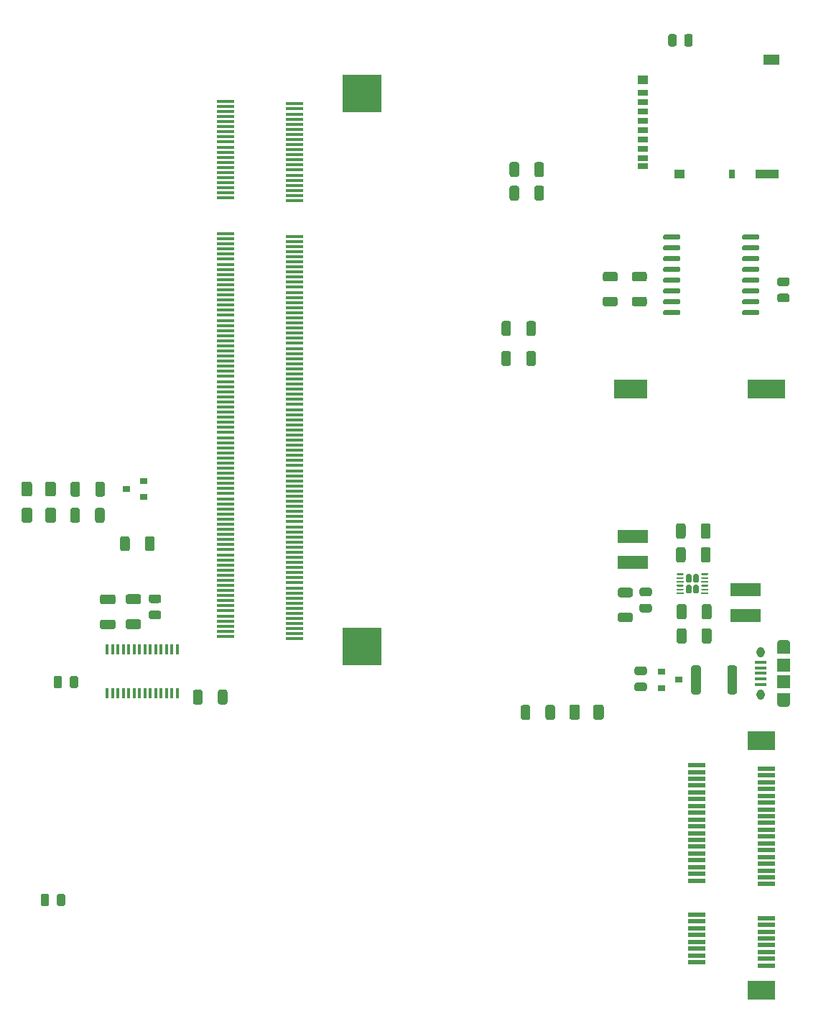
<source format=gtp>
%TF.GenerationSoftware,KiCad,Pcbnew,(5.1.10)-1*%
%TF.CreationDate,2022-07-03T20:16:09+06:00*%
%TF.ProjectId,CM3_IO_Board,434d335f-494f-45f4-926f-6172642e6b69,rev?*%
%TF.SameCoordinates,Original*%
%TF.FileFunction,Paste,Top*%
%TF.FilePolarity,Positive*%
%FSLAX46Y46*%
G04 Gerber Fmt 4.6, Leading zero omitted, Abs format (unit mm)*
G04 Created by KiCad (PCBNEW (5.1.10)-1) date 2022-07-03 20:16:09*
%MOMM*%
%LPD*%
G01*
G04 APERTURE LIST*
%ADD10R,2.000000X0.600000*%
%ADD11R,3.200000X2.300000*%
%ADD12R,2.000000X0.350000*%
%ADD13R,4.600000X4.500000*%
%ADD14R,4.400000X2.300000*%
%ADD15R,4.000000X2.300000*%
%ADD16R,1.350000X0.400000*%
%ADD17O,1.550000X0.890000*%
%ADD18R,1.550000X1.500000*%
%ADD19R,1.550000X1.200000*%
%ADD20O,0.950000X1.250000*%
%ADD21R,1.200000X0.700000*%
%ADD22R,1.200000X1.000000*%
%ADD23R,0.800000X1.000000*%
%ADD24R,2.800000X1.000000*%
%ADD25R,1.900000X1.300000*%
%ADD26R,3.600000X1.500000*%
%ADD27R,0.900000X0.800000*%
%ADD28R,0.400000X1.200000*%
G04 APERTURE END LIST*
D10*
%TO.C,J1*%
X125440000Y-118248000D03*
X133640000Y-118648000D03*
X125440000Y-119048000D03*
X133640000Y-119448000D03*
X125440000Y-119848000D03*
X133640000Y-120248000D03*
X125440000Y-120648000D03*
X133640000Y-121048000D03*
X125440000Y-121448000D03*
X133640000Y-121848000D03*
X125440000Y-122248000D03*
X133640000Y-122648000D03*
X125440000Y-123048000D03*
X133640000Y-123448000D03*
X125440000Y-123848000D03*
X133640000Y-124248000D03*
X125440000Y-124648000D03*
X133640000Y-125048000D03*
X125440000Y-125448000D03*
X133640000Y-125848000D03*
X125440000Y-126248000D03*
X133640000Y-126648000D03*
X125440000Y-127048000D03*
X133640000Y-127448000D03*
X125440000Y-127848000D03*
X133640000Y-128248000D03*
X125440000Y-128648000D03*
X133640000Y-129048000D03*
X125440000Y-129448000D03*
X133640000Y-129848000D03*
X125440000Y-130248000D03*
X133640000Y-130648000D03*
X125440000Y-131048000D03*
X133640000Y-131448000D03*
X125440000Y-131848000D03*
X133640000Y-132248000D03*
X125440000Y-135848000D03*
X133640000Y-136248000D03*
X125440000Y-136648000D03*
X133640000Y-137048000D03*
X125440000Y-137448000D03*
X133640000Y-137848000D03*
X125440000Y-138248000D03*
X133640000Y-138648000D03*
X125440000Y-139048000D03*
X133640000Y-139448000D03*
X125440000Y-139848000D03*
X133640000Y-140248000D03*
X125440000Y-140648000D03*
X133640000Y-141048000D03*
X125440000Y-141448000D03*
X133640000Y-141848000D03*
D11*
X133040000Y-115398000D03*
X133040000Y-144698000D03*
%TD*%
%TO.C,C12*%
G36*
G01*
X50980000Y-133637000D02*
X50980000Y-134587000D01*
G75*
G02*
X50730000Y-134837000I-250000J0D01*
G01*
X50230000Y-134837000D01*
G75*
G02*
X49980000Y-134587000I0J250000D01*
G01*
X49980000Y-133637000D01*
G75*
G02*
X50230000Y-133387000I250000J0D01*
G01*
X50730000Y-133387000D01*
G75*
G02*
X50980000Y-133637000I0J-250000D01*
G01*
G37*
G36*
G01*
X49080000Y-133637000D02*
X49080000Y-134587000D01*
G75*
G02*
X48830000Y-134837000I-250000J0D01*
G01*
X48330000Y-134837000D01*
G75*
G02*
X48080000Y-134587000I0J250000D01*
G01*
X48080000Y-133637000D01*
G75*
G02*
X48330000Y-133387000I250000J0D01*
G01*
X48830000Y-133387000D01*
G75*
G02*
X49080000Y-133637000I0J-250000D01*
G01*
G37*
%TD*%
D12*
%TO.C,MD1*%
X69835001Y-55675001D03*
X69835001Y-40075001D03*
D13*
X85935001Y-39175001D03*
X85935001Y-104275001D03*
D12*
X78035000Y-40375001D03*
X69835001Y-40675001D03*
X78035000Y-40975001D03*
X69835001Y-41275001D03*
X78035000Y-41575001D03*
X69835001Y-41875001D03*
X78035000Y-42175001D03*
X69835001Y-42475001D03*
X78035000Y-42775001D03*
X69835001Y-43075001D03*
X78035000Y-43375001D03*
X69835001Y-43675001D03*
X78035000Y-43975001D03*
X69835001Y-44275001D03*
X78035000Y-44575001D03*
X69835001Y-44875001D03*
X78035000Y-45175001D03*
X69835001Y-45475001D03*
X78035000Y-45775001D03*
X69835001Y-46075001D03*
X78035000Y-46375001D03*
X69835001Y-46675001D03*
X78035000Y-46975001D03*
X69835001Y-47275001D03*
X78035000Y-47575001D03*
X69835001Y-47875001D03*
X78035000Y-48175001D03*
X69835001Y-48475001D03*
X78035000Y-48775001D03*
X69835001Y-49075001D03*
X78035000Y-49375001D03*
X69835001Y-49675001D03*
X78035000Y-49975001D03*
X69835001Y-50275001D03*
X78035000Y-50575001D03*
X69835001Y-50875001D03*
X78035000Y-51175001D03*
X69835001Y-51475001D03*
X78035000Y-51775001D03*
X78035000Y-55975001D03*
X69835001Y-56275001D03*
X78035000Y-56575001D03*
X69835001Y-56875001D03*
X78035000Y-57175001D03*
X69835001Y-57475001D03*
X78035000Y-57775001D03*
X69835001Y-58075001D03*
X78035000Y-58375001D03*
X69835001Y-58675001D03*
X78035000Y-58975001D03*
X69835001Y-59275001D03*
X78035000Y-59575001D03*
X69835001Y-59875001D03*
X78035000Y-60175001D03*
X69835001Y-60475001D03*
X78035000Y-60775001D03*
X69835001Y-61075001D03*
X78035000Y-61375001D03*
X69835001Y-61675001D03*
X78035000Y-61975001D03*
X69835001Y-62275001D03*
X78035000Y-62575001D03*
X69835001Y-62875001D03*
X78035000Y-63175001D03*
X69835001Y-63475001D03*
X78035000Y-63775001D03*
X69835001Y-64075001D03*
X78035000Y-64375001D03*
X69835001Y-64675001D03*
X78035000Y-64975001D03*
X69835001Y-65275001D03*
X78035000Y-65575001D03*
X69835001Y-65875001D03*
X78035000Y-66175001D03*
X69835001Y-66475001D03*
X78035000Y-66775001D03*
X69835001Y-67075001D03*
X78035000Y-67375001D03*
X69835001Y-67675001D03*
X78035000Y-67975001D03*
X69835001Y-68275001D03*
X78035000Y-68575001D03*
X69835001Y-68875001D03*
X78035000Y-69175001D03*
X69835001Y-69475001D03*
X78035000Y-69775001D03*
X69835001Y-70075001D03*
X78035000Y-70375001D03*
X69835001Y-70675001D03*
X78035000Y-70975001D03*
X69835001Y-71275001D03*
X78035000Y-71575001D03*
X69835001Y-71875001D03*
X78035000Y-72175001D03*
X69835001Y-72475001D03*
X78035000Y-72775001D03*
X69835001Y-73075001D03*
X78035000Y-73375001D03*
X69835001Y-73675001D03*
X78035000Y-73975001D03*
X69835001Y-74275001D03*
X78035000Y-74575001D03*
X69835001Y-74875001D03*
X78035000Y-75175001D03*
X69835001Y-75475001D03*
X78035000Y-75775001D03*
X69835001Y-76075001D03*
X78035000Y-76375001D03*
X69835001Y-76675001D03*
X78035000Y-76975001D03*
X69835001Y-77275001D03*
X78035000Y-77575001D03*
X69835001Y-77875001D03*
X78035000Y-78175001D03*
X69835001Y-78475001D03*
X78035000Y-78775001D03*
X69835001Y-79075001D03*
X78035000Y-79375001D03*
X69835001Y-79675001D03*
X78035000Y-79975001D03*
X69835001Y-80275001D03*
X78035000Y-80575001D03*
X69835001Y-80875001D03*
X78035000Y-81175001D03*
X69835001Y-81475001D03*
X78035000Y-81775001D03*
X69835001Y-82075001D03*
X78035000Y-82375001D03*
X69835001Y-82675001D03*
X78035000Y-82975001D03*
X69835001Y-83275001D03*
X78035000Y-83575001D03*
X69835001Y-83875001D03*
X78035000Y-84175001D03*
X69835001Y-84475001D03*
X78035000Y-84775001D03*
X69835001Y-85075001D03*
X78035000Y-85375001D03*
X69835001Y-85675001D03*
X78035000Y-85975001D03*
X69835001Y-86275001D03*
X78035000Y-86575001D03*
X69835001Y-86875001D03*
X78035000Y-87175001D03*
X69835001Y-87475001D03*
X78035000Y-87775001D03*
X69835001Y-88075001D03*
X78035000Y-88375001D03*
X69835001Y-88675001D03*
X78035000Y-88975001D03*
X69835001Y-89275001D03*
X78035000Y-89575001D03*
X69835001Y-89875001D03*
X78035000Y-90175001D03*
X69835001Y-90475001D03*
X78035000Y-90775001D03*
X69835001Y-91075001D03*
X78035000Y-91375001D03*
X69835001Y-91675001D03*
X78035000Y-91975001D03*
X69835001Y-92275001D03*
X78035000Y-92575001D03*
X69835001Y-92875001D03*
X78035000Y-93175001D03*
X69835001Y-93475001D03*
X78035000Y-93775001D03*
X69835001Y-94075001D03*
X78035000Y-94375001D03*
X69835001Y-94675001D03*
X78035000Y-94975001D03*
X69835001Y-95275001D03*
X78035000Y-95575001D03*
X69835001Y-95875001D03*
X78035000Y-96175001D03*
X69835001Y-96475001D03*
X78035000Y-96775001D03*
X69835001Y-97075001D03*
X78035000Y-97375001D03*
X69835001Y-97675001D03*
X78035000Y-97975001D03*
X69835001Y-98275001D03*
X78035000Y-98575001D03*
X69835001Y-98875001D03*
X78035000Y-99175001D03*
X69835001Y-99475001D03*
X78035000Y-99775001D03*
X69835001Y-100075001D03*
X78035000Y-100375001D03*
X69835001Y-100675001D03*
X78035000Y-100975001D03*
X69835001Y-101275001D03*
X78035000Y-101575001D03*
X69835001Y-101875001D03*
X78035000Y-102175001D03*
X69835001Y-102475001D03*
X78035000Y-102775001D03*
X69835001Y-103075001D03*
X78035000Y-103375001D03*
%TD*%
%TO.C,R5*%
G36*
G01*
X58580000Y-91544998D02*
X58580000Y-92795002D01*
G75*
G02*
X58330002Y-93045000I-249998J0D01*
G01*
X57704998Y-93045000D01*
G75*
G02*
X57455000Y-92795002I0J249998D01*
G01*
X57455000Y-91544998D01*
G75*
G02*
X57704998Y-91295000I249998J0D01*
G01*
X58330002Y-91295000D01*
G75*
G02*
X58580000Y-91544998I0J-249998D01*
G01*
G37*
G36*
G01*
X61505000Y-91544998D02*
X61505000Y-92795002D01*
G75*
G02*
X61255002Y-93045000I-249998J0D01*
G01*
X60629998Y-93045000D01*
G75*
G02*
X60380000Y-92795002I0J249998D01*
G01*
X60380000Y-91544998D01*
G75*
G02*
X60629998Y-91295000I249998J0D01*
G01*
X61255002Y-91295000D01*
G75*
G02*
X61505000Y-91544998I0J-249998D01*
G01*
G37*
%TD*%
D14*
%TO.C,BT1*%
X133650000Y-73980000D03*
D15*
X117650000Y-73980000D03*
%TD*%
%TO.C,C3*%
G36*
G01*
X62035000Y-101050000D02*
X61085000Y-101050000D01*
G75*
G02*
X60835000Y-100800000I0J250000D01*
G01*
X60835000Y-100300000D01*
G75*
G02*
X61085000Y-100050000I250000J0D01*
G01*
X62035000Y-100050000D01*
G75*
G02*
X62285000Y-100300000I0J-250000D01*
G01*
X62285000Y-100800000D01*
G75*
G02*
X62035000Y-101050000I-250000J0D01*
G01*
G37*
G36*
G01*
X62035000Y-99150000D02*
X61085000Y-99150000D01*
G75*
G02*
X60835000Y-98900000I0J250000D01*
G01*
X60835000Y-98400000D01*
G75*
G02*
X61085000Y-98150000I250000J0D01*
G01*
X62035000Y-98150000D01*
G75*
G02*
X62285000Y-98400000I0J-250000D01*
G01*
X62285000Y-98900000D01*
G75*
G02*
X62035000Y-99150000I-250000J0D01*
G01*
G37*
%TD*%
%TO.C,C4*%
G36*
G01*
X136105000Y-63730000D02*
X135155000Y-63730000D01*
G75*
G02*
X134905000Y-63480000I0J250000D01*
G01*
X134905000Y-62980000D01*
G75*
G02*
X135155000Y-62730000I250000J0D01*
G01*
X136105000Y-62730000D01*
G75*
G02*
X136355000Y-62980000I0J-250000D01*
G01*
X136355000Y-63480000D01*
G75*
G02*
X136105000Y-63730000I-250000J0D01*
G01*
G37*
G36*
G01*
X136105000Y-61830000D02*
X135155000Y-61830000D01*
G75*
G02*
X134905000Y-61580000I0J250000D01*
G01*
X134905000Y-61080000D01*
G75*
G02*
X135155000Y-60830000I250000J0D01*
G01*
X136105000Y-60830000D01*
G75*
G02*
X136355000Y-61080000I0J-250000D01*
G01*
X136355000Y-61580000D01*
G75*
G02*
X136105000Y-61830000I-250000J0D01*
G01*
G37*
%TD*%
%TO.C,C5*%
G36*
G01*
X119285000Y-107640000D02*
X118335000Y-107640000D01*
G75*
G02*
X118085000Y-107390000I0J250000D01*
G01*
X118085000Y-106890000D01*
G75*
G02*
X118335000Y-106640000I250000J0D01*
G01*
X119285000Y-106640000D01*
G75*
G02*
X119535000Y-106890000I0J-250000D01*
G01*
X119535000Y-107390000D01*
G75*
G02*
X119285000Y-107640000I-250000J0D01*
G01*
G37*
G36*
G01*
X119285000Y-109540000D02*
X118335000Y-109540000D01*
G75*
G02*
X118085000Y-109290000I0J250000D01*
G01*
X118085000Y-108790000D01*
G75*
G02*
X118335000Y-108540000I250000J0D01*
G01*
X119285000Y-108540000D01*
G75*
G02*
X119535000Y-108790000I0J-250000D01*
G01*
X119535000Y-109290000D01*
G75*
G02*
X119285000Y-109540000I-250000J0D01*
G01*
G37*
%TD*%
%TO.C,C7*%
G36*
G01*
X118925000Y-97350000D02*
X119875000Y-97350000D01*
G75*
G02*
X120125000Y-97600000I0J-250000D01*
G01*
X120125000Y-98100000D01*
G75*
G02*
X119875000Y-98350000I-250000J0D01*
G01*
X118925000Y-98350000D01*
G75*
G02*
X118675000Y-98100000I0J250000D01*
G01*
X118675000Y-97600000D01*
G75*
G02*
X118925000Y-97350000I250000J0D01*
G01*
G37*
G36*
G01*
X118925000Y-99250000D02*
X119875000Y-99250000D01*
G75*
G02*
X120125000Y-99500000I0J-250000D01*
G01*
X120125000Y-100000000D01*
G75*
G02*
X119875000Y-100250000I-250000J0D01*
G01*
X118925000Y-100250000D01*
G75*
G02*
X118675000Y-100000000I0J250000D01*
G01*
X118675000Y-99500000D01*
G75*
G02*
X118925000Y-99250000I250000J0D01*
G01*
G37*
%TD*%
%TO.C,C11*%
G36*
G01*
X123950000Y-33375000D02*
X123950000Y-32425000D01*
G75*
G02*
X124200000Y-32175000I250000J0D01*
G01*
X124700000Y-32175000D01*
G75*
G02*
X124950000Y-32425000I0J-250000D01*
G01*
X124950000Y-33375000D01*
G75*
G02*
X124700000Y-33625000I-250000J0D01*
G01*
X124200000Y-33625000D01*
G75*
G02*
X123950000Y-33375000I0J250000D01*
G01*
G37*
G36*
G01*
X122050000Y-33375000D02*
X122050000Y-32425000D01*
G75*
G02*
X122300000Y-32175000I250000J0D01*
G01*
X122800000Y-32175000D01*
G75*
G02*
X123050000Y-32425000I0J-250000D01*
G01*
X123050000Y-33375000D01*
G75*
G02*
X122800000Y-33625000I-250000J0D01*
G01*
X122300000Y-33625000D01*
G75*
G02*
X122050000Y-33375000I0J250000D01*
G01*
G37*
%TD*%
%TO.C,C13*%
G36*
G01*
X50604000Y-107983000D02*
X50604000Y-108933000D01*
G75*
G02*
X50354000Y-109183000I-250000J0D01*
G01*
X49854000Y-109183000D01*
G75*
G02*
X49604000Y-108933000I0J250000D01*
G01*
X49604000Y-107983000D01*
G75*
G02*
X49854000Y-107733000I250000J0D01*
G01*
X50354000Y-107733000D01*
G75*
G02*
X50604000Y-107983000I0J-250000D01*
G01*
G37*
G36*
G01*
X52504000Y-107983000D02*
X52504000Y-108933000D01*
G75*
G02*
X52254000Y-109183000I-250000J0D01*
G01*
X51754000Y-109183000D01*
G75*
G02*
X51504000Y-108933000I0J250000D01*
G01*
X51504000Y-107983000D01*
G75*
G02*
X51754000Y-107733000I250000J0D01*
G01*
X52254000Y-107733000D01*
G75*
G02*
X52504000Y-107983000I0J-250000D01*
G01*
G37*
%TD*%
%TO.C,F1*%
G36*
G01*
X124760000Y-109650002D02*
X124760000Y-106749998D01*
G75*
G02*
X125009998Y-106500000I249998J0D01*
G01*
X125635002Y-106500000D01*
G75*
G02*
X125885000Y-106749998I0J-249998D01*
G01*
X125885000Y-109650002D01*
G75*
G02*
X125635002Y-109900000I-249998J0D01*
G01*
X125009998Y-109900000D01*
G75*
G02*
X124760000Y-109650002I0J249998D01*
G01*
G37*
G36*
G01*
X129035000Y-109650002D02*
X129035000Y-106749998D01*
G75*
G02*
X129284998Y-106500000I249998J0D01*
G01*
X129910002Y-106500000D01*
G75*
G02*
X130160000Y-106749998I0J-249998D01*
G01*
X130160000Y-109650002D01*
G75*
G02*
X129910002Y-109900000I-249998J0D01*
G01*
X129284998Y-109900000D01*
G75*
G02*
X129035000Y-109650002I0J249998D01*
G01*
G37*
%TD*%
D16*
%TO.C,J2*%
X132984000Y-108742000D03*
X132984000Y-108092000D03*
X132984000Y-107442000D03*
X132984000Y-106792000D03*
X132984000Y-106142000D03*
D17*
X135684000Y-110942000D03*
D18*
X135684000Y-108442000D03*
X135684000Y-106442000D03*
D17*
X135684000Y-103942000D03*
D19*
X135684000Y-110342000D03*
X135684000Y-104542000D03*
D20*
X132984000Y-109942000D03*
X132984000Y-104942000D03*
%TD*%
D21*
%TO.C,J8*%
X119095000Y-47725000D03*
X119095000Y-46775000D03*
X119095000Y-39075000D03*
X119095000Y-40175000D03*
X119095000Y-41275000D03*
X119095000Y-42375000D03*
X119095000Y-43475000D03*
X119095000Y-44575000D03*
X119095000Y-45675000D03*
D22*
X119095000Y-37525000D03*
X123395000Y-48675000D03*
D23*
X129595000Y-48675000D03*
D24*
X133745000Y-48675000D03*
D25*
X134195000Y-35175000D03*
%TD*%
D26*
%TO.C,L1*%
X131160000Y-100655000D03*
X131160000Y-97605000D03*
%TD*%
%TO.C,L2*%
X117860000Y-94355000D03*
X117860000Y-91305000D03*
%TD*%
D27*
%TO.C,Q1*%
X58210000Y-85730000D03*
X60210000Y-84780000D03*
X60210000Y-86680000D03*
%TD*%
%TO.C,Q2*%
X121310000Y-107240000D03*
X121310000Y-109140000D03*
X123310000Y-108190000D03*
%TD*%
D28*
%TO.C,U1*%
X55932500Y-109800000D03*
X56567500Y-109800000D03*
X57202500Y-109800000D03*
X57837500Y-109800000D03*
X58472500Y-109800000D03*
X59107500Y-109800000D03*
X59742500Y-109800000D03*
X60377500Y-109800000D03*
X61012500Y-109800000D03*
X61647500Y-109800000D03*
X62282500Y-109800000D03*
X62917500Y-109800000D03*
X63552500Y-109800000D03*
X64187500Y-109800000D03*
X64187500Y-104600000D03*
X63552500Y-104600000D03*
X62917500Y-104600000D03*
X62282500Y-104600000D03*
X61647500Y-104600000D03*
X61012500Y-104600000D03*
X60377500Y-104600000D03*
X59742500Y-104600000D03*
X59107500Y-104600000D03*
X58472500Y-104600000D03*
X57837500Y-104600000D03*
X57202500Y-104600000D03*
X56567500Y-104600000D03*
X55932500Y-104600000D03*
%TD*%
%TO.C,U2*%
G36*
G01*
X132805000Y-64815000D02*
X132805000Y-65115000D01*
G75*
G02*
X132655000Y-65265000I-150000J0D01*
G01*
X130905000Y-65265000D01*
G75*
G02*
X130755000Y-65115000I0J150000D01*
G01*
X130755000Y-64815000D01*
G75*
G02*
X130905000Y-64665000I150000J0D01*
G01*
X132655000Y-64665000D01*
G75*
G02*
X132805000Y-64815000I0J-150000D01*
G01*
G37*
G36*
G01*
X132805000Y-63545000D02*
X132805000Y-63845000D01*
G75*
G02*
X132655000Y-63995000I-150000J0D01*
G01*
X130905000Y-63995000D01*
G75*
G02*
X130755000Y-63845000I0J150000D01*
G01*
X130755000Y-63545000D01*
G75*
G02*
X130905000Y-63395000I150000J0D01*
G01*
X132655000Y-63395000D01*
G75*
G02*
X132805000Y-63545000I0J-150000D01*
G01*
G37*
G36*
G01*
X132805000Y-62275000D02*
X132805000Y-62575000D01*
G75*
G02*
X132655000Y-62725000I-150000J0D01*
G01*
X130905000Y-62725000D01*
G75*
G02*
X130755000Y-62575000I0J150000D01*
G01*
X130755000Y-62275000D01*
G75*
G02*
X130905000Y-62125000I150000J0D01*
G01*
X132655000Y-62125000D01*
G75*
G02*
X132805000Y-62275000I0J-150000D01*
G01*
G37*
G36*
G01*
X132805000Y-61005000D02*
X132805000Y-61305000D01*
G75*
G02*
X132655000Y-61455000I-150000J0D01*
G01*
X130905000Y-61455000D01*
G75*
G02*
X130755000Y-61305000I0J150000D01*
G01*
X130755000Y-61005000D01*
G75*
G02*
X130905000Y-60855000I150000J0D01*
G01*
X132655000Y-60855000D01*
G75*
G02*
X132805000Y-61005000I0J-150000D01*
G01*
G37*
G36*
G01*
X132805000Y-59735000D02*
X132805000Y-60035000D01*
G75*
G02*
X132655000Y-60185000I-150000J0D01*
G01*
X130905000Y-60185000D01*
G75*
G02*
X130755000Y-60035000I0J150000D01*
G01*
X130755000Y-59735000D01*
G75*
G02*
X130905000Y-59585000I150000J0D01*
G01*
X132655000Y-59585000D01*
G75*
G02*
X132805000Y-59735000I0J-150000D01*
G01*
G37*
G36*
G01*
X132805000Y-58465000D02*
X132805000Y-58765000D01*
G75*
G02*
X132655000Y-58915000I-150000J0D01*
G01*
X130905000Y-58915000D01*
G75*
G02*
X130755000Y-58765000I0J150000D01*
G01*
X130755000Y-58465000D01*
G75*
G02*
X130905000Y-58315000I150000J0D01*
G01*
X132655000Y-58315000D01*
G75*
G02*
X132805000Y-58465000I0J-150000D01*
G01*
G37*
G36*
G01*
X132805000Y-57195000D02*
X132805000Y-57495000D01*
G75*
G02*
X132655000Y-57645000I-150000J0D01*
G01*
X130905000Y-57645000D01*
G75*
G02*
X130755000Y-57495000I0J150000D01*
G01*
X130755000Y-57195000D01*
G75*
G02*
X130905000Y-57045000I150000J0D01*
G01*
X132655000Y-57045000D01*
G75*
G02*
X132805000Y-57195000I0J-150000D01*
G01*
G37*
G36*
G01*
X132805000Y-55925000D02*
X132805000Y-56225000D01*
G75*
G02*
X132655000Y-56375000I-150000J0D01*
G01*
X130905000Y-56375000D01*
G75*
G02*
X130755000Y-56225000I0J150000D01*
G01*
X130755000Y-55925000D01*
G75*
G02*
X130905000Y-55775000I150000J0D01*
G01*
X132655000Y-55775000D01*
G75*
G02*
X132805000Y-55925000I0J-150000D01*
G01*
G37*
G36*
G01*
X123505000Y-55925000D02*
X123505000Y-56225000D01*
G75*
G02*
X123355000Y-56375000I-150000J0D01*
G01*
X121605000Y-56375000D01*
G75*
G02*
X121455000Y-56225000I0J150000D01*
G01*
X121455000Y-55925000D01*
G75*
G02*
X121605000Y-55775000I150000J0D01*
G01*
X123355000Y-55775000D01*
G75*
G02*
X123505000Y-55925000I0J-150000D01*
G01*
G37*
G36*
G01*
X123505000Y-57195000D02*
X123505000Y-57495000D01*
G75*
G02*
X123355000Y-57645000I-150000J0D01*
G01*
X121605000Y-57645000D01*
G75*
G02*
X121455000Y-57495000I0J150000D01*
G01*
X121455000Y-57195000D01*
G75*
G02*
X121605000Y-57045000I150000J0D01*
G01*
X123355000Y-57045000D01*
G75*
G02*
X123505000Y-57195000I0J-150000D01*
G01*
G37*
G36*
G01*
X123505000Y-58465000D02*
X123505000Y-58765000D01*
G75*
G02*
X123355000Y-58915000I-150000J0D01*
G01*
X121605000Y-58915000D01*
G75*
G02*
X121455000Y-58765000I0J150000D01*
G01*
X121455000Y-58465000D01*
G75*
G02*
X121605000Y-58315000I150000J0D01*
G01*
X123355000Y-58315000D01*
G75*
G02*
X123505000Y-58465000I0J-150000D01*
G01*
G37*
G36*
G01*
X123505000Y-59735000D02*
X123505000Y-60035000D01*
G75*
G02*
X123355000Y-60185000I-150000J0D01*
G01*
X121605000Y-60185000D01*
G75*
G02*
X121455000Y-60035000I0J150000D01*
G01*
X121455000Y-59735000D01*
G75*
G02*
X121605000Y-59585000I150000J0D01*
G01*
X123355000Y-59585000D01*
G75*
G02*
X123505000Y-59735000I0J-150000D01*
G01*
G37*
G36*
G01*
X123505000Y-61005000D02*
X123505000Y-61305000D01*
G75*
G02*
X123355000Y-61455000I-150000J0D01*
G01*
X121605000Y-61455000D01*
G75*
G02*
X121455000Y-61305000I0J150000D01*
G01*
X121455000Y-61005000D01*
G75*
G02*
X121605000Y-60855000I150000J0D01*
G01*
X123355000Y-60855000D01*
G75*
G02*
X123505000Y-61005000I0J-150000D01*
G01*
G37*
G36*
G01*
X123505000Y-62275000D02*
X123505000Y-62575000D01*
G75*
G02*
X123355000Y-62725000I-150000J0D01*
G01*
X121605000Y-62725000D01*
G75*
G02*
X121455000Y-62575000I0J150000D01*
G01*
X121455000Y-62275000D01*
G75*
G02*
X121605000Y-62125000I150000J0D01*
G01*
X123355000Y-62125000D01*
G75*
G02*
X123505000Y-62275000I0J-150000D01*
G01*
G37*
G36*
G01*
X123505000Y-63545000D02*
X123505000Y-63845000D01*
G75*
G02*
X123355000Y-63995000I-150000J0D01*
G01*
X121605000Y-63995000D01*
G75*
G02*
X121455000Y-63845000I0J150000D01*
G01*
X121455000Y-63545000D01*
G75*
G02*
X121605000Y-63395000I150000J0D01*
G01*
X123355000Y-63395000D01*
G75*
G02*
X123505000Y-63545000I0J-150000D01*
G01*
G37*
G36*
G01*
X123505000Y-64815000D02*
X123505000Y-65115000D01*
G75*
G02*
X123355000Y-65265000I-150000J0D01*
G01*
X121605000Y-65265000D01*
G75*
G02*
X121455000Y-65115000I0J150000D01*
G01*
X121455000Y-64815000D01*
G75*
G02*
X121605000Y-64665000I150000J0D01*
G01*
X123355000Y-64665000D01*
G75*
G02*
X123505000Y-64815000I0J-150000D01*
G01*
G37*
%TD*%
%TO.C,U3*%
G36*
G01*
X126760000Y-97955000D02*
X126760000Y-98055000D01*
G75*
G02*
X126710000Y-98105000I-50000J0D01*
G01*
X126010000Y-98105000D01*
G75*
G02*
X125960000Y-98055000I0J50000D01*
G01*
X125960000Y-97955000D01*
G75*
G02*
X126010000Y-97905000I50000J0D01*
G01*
X126710000Y-97905000D01*
G75*
G02*
X126760000Y-97955000I0J-50000D01*
G01*
G37*
G36*
G01*
X126760000Y-97505000D02*
X126760000Y-97605000D01*
G75*
G02*
X126710000Y-97655000I-50000J0D01*
G01*
X126010000Y-97655000D01*
G75*
G02*
X125960000Y-97605000I0J50000D01*
G01*
X125960000Y-97505000D01*
G75*
G02*
X126010000Y-97455000I50000J0D01*
G01*
X126710000Y-97455000D01*
G75*
G02*
X126760000Y-97505000I0J-50000D01*
G01*
G37*
G36*
G01*
X126760000Y-97055000D02*
X126760000Y-97155000D01*
G75*
G02*
X126710000Y-97205000I-50000J0D01*
G01*
X126010000Y-97205000D01*
G75*
G02*
X125960000Y-97155000I0J50000D01*
G01*
X125960000Y-97055000D01*
G75*
G02*
X126010000Y-97005000I50000J0D01*
G01*
X126710000Y-97005000D01*
G75*
G02*
X126760000Y-97055000I0J-50000D01*
G01*
G37*
G36*
G01*
X126760000Y-96605000D02*
X126760000Y-96705000D01*
G75*
G02*
X126710000Y-96755000I-50000J0D01*
G01*
X126010000Y-96755000D01*
G75*
G02*
X125960000Y-96705000I0J50000D01*
G01*
X125960000Y-96605000D01*
G75*
G02*
X126010000Y-96555000I50000J0D01*
G01*
X126710000Y-96555000D01*
G75*
G02*
X126760000Y-96605000I0J-50000D01*
G01*
G37*
G36*
G01*
X126760000Y-96155000D02*
X126760000Y-96255000D01*
G75*
G02*
X126710000Y-96305000I-50000J0D01*
G01*
X126010000Y-96305000D01*
G75*
G02*
X125960000Y-96255000I0J50000D01*
G01*
X125960000Y-96155000D01*
G75*
G02*
X126010000Y-96105000I50000J0D01*
G01*
X126710000Y-96105000D01*
G75*
G02*
X126760000Y-96155000I0J-50000D01*
G01*
G37*
G36*
G01*
X126760000Y-95705000D02*
X126760000Y-95805000D01*
G75*
G02*
X126710000Y-95855000I-50000J0D01*
G01*
X126010000Y-95855000D01*
G75*
G02*
X125960000Y-95805000I0J50000D01*
G01*
X125960000Y-95705000D01*
G75*
G02*
X126010000Y-95655000I50000J0D01*
G01*
X126710000Y-95655000D01*
G75*
G02*
X126760000Y-95705000I0J-50000D01*
G01*
G37*
G36*
G01*
X123860000Y-95705000D02*
X123860000Y-95805000D01*
G75*
G02*
X123810000Y-95855000I-50000J0D01*
G01*
X123110000Y-95855000D01*
G75*
G02*
X123060000Y-95805000I0J50000D01*
G01*
X123060000Y-95705000D01*
G75*
G02*
X123110000Y-95655000I50000J0D01*
G01*
X123810000Y-95655000D01*
G75*
G02*
X123860000Y-95705000I0J-50000D01*
G01*
G37*
G36*
G01*
X123860000Y-96155000D02*
X123860000Y-96255000D01*
G75*
G02*
X123810000Y-96305000I-50000J0D01*
G01*
X123110000Y-96305000D01*
G75*
G02*
X123060000Y-96255000I0J50000D01*
G01*
X123060000Y-96155000D01*
G75*
G02*
X123110000Y-96105000I50000J0D01*
G01*
X123810000Y-96105000D01*
G75*
G02*
X123860000Y-96155000I0J-50000D01*
G01*
G37*
G36*
G01*
X123860000Y-96605000D02*
X123860000Y-96705000D01*
G75*
G02*
X123810000Y-96755000I-50000J0D01*
G01*
X123110000Y-96755000D01*
G75*
G02*
X123060000Y-96705000I0J50000D01*
G01*
X123060000Y-96605000D01*
G75*
G02*
X123110000Y-96555000I50000J0D01*
G01*
X123810000Y-96555000D01*
G75*
G02*
X123860000Y-96605000I0J-50000D01*
G01*
G37*
G36*
G01*
X123860000Y-97055000D02*
X123860000Y-97155000D01*
G75*
G02*
X123810000Y-97205000I-50000J0D01*
G01*
X123110000Y-97205000D01*
G75*
G02*
X123060000Y-97155000I0J50000D01*
G01*
X123060000Y-97055000D01*
G75*
G02*
X123110000Y-97005000I50000J0D01*
G01*
X123810000Y-97005000D01*
G75*
G02*
X123860000Y-97055000I0J-50000D01*
G01*
G37*
G36*
G01*
X123860000Y-97505000D02*
X123860000Y-97605000D01*
G75*
G02*
X123810000Y-97655000I-50000J0D01*
G01*
X123110000Y-97655000D01*
G75*
G02*
X123060000Y-97605000I0J50000D01*
G01*
X123060000Y-97505000D01*
G75*
G02*
X123110000Y-97455000I50000J0D01*
G01*
X123810000Y-97455000D01*
G75*
G02*
X123860000Y-97505000I0J-50000D01*
G01*
G37*
G36*
G01*
X123860000Y-97955000D02*
X123860000Y-98055000D01*
G75*
G02*
X123810000Y-98105000I-50000J0D01*
G01*
X123110000Y-98105000D01*
G75*
G02*
X123060000Y-98055000I0J50000D01*
G01*
X123060000Y-97955000D01*
G75*
G02*
X123110000Y-97905000I50000J0D01*
G01*
X123810000Y-97905000D01*
G75*
G02*
X123860000Y-97955000I0J-50000D01*
G01*
G37*
G36*
G01*
X125680000Y-97172500D02*
X125680000Y-97837500D01*
G75*
G02*
X125507500Y-98010000I-172500J0D01*
G01*
X125162500Y-98010000D01*
G75*
G02*
X124990000Y-97837500I0J172500D01*
G01*
X124990000Y-97172500D01*
G75*
G02*
X125162500Y-97000000I172500J0D01*
G01*
X125507500Y-97000000D01*
G75*
G02*
X125680000Y-97172500I0J-172500D01*
G01*
G37*
G36*
G01*
X125680000Y-95922500D02*
X125680000Y-96587500D01*
G75*
G02*
X125507500Y-96760000I-172500J0D01*
G01*
X125162500Y-96760000D01*
G75*
G02*
X124990000Y-96587500I0J172500D01*
G01*
X124990000Y-95922500D01*
G75*
G02*
X125162500Y-95750000I172500J0D01*
G01*
X125507500Y-95750000D01*
G75*
G02*
X125680000Y-95922500I0J-172500D01*
G01*
G37*
G36*
G01*
X124830000Y-97172500D02*
X124830000Y-97837500D01*
G75*
G02*
X124657500Y-98010000I-172500J0D01*
G01*
X124312500Y-98010000D01*
G75*
G02*
X124140000Y-97837500I0J172500D01*
G01*
X124140000Y-97172500D01*
G75*
G02*
X124312500Y-97000000I172500J0D01*
G01*
X124657500Y-97000000D01*
G75*
G02*
X124830000Y-97172500I0J-172500D01*
G01*
G37*
G36*
G01*
X124830000Y-95922500D02*
X124830000Y-96587500D01*
G75*
G02*
X124657500Y-96760000I-172500J0D01*
G01*
X124312500Y-96760000D01*
G75*
G02*
X124140000Y-96587500I0J172500D01*
G01*
X124140000Y-95922500D01*
G75*
G02*
X124312500Y-95750000I172500J0D01*
G01*
X124657500Y-95750000D01*
G75*
G02*
X124830000Y-95922500I0J-172500D01*
G01*
G37*
%TD*%
%TO.C,C1*%
G36*
G01*
X59670001Y-102220000D02*
X58369999Y-102220000D01*
G75*
G02*
X58120000Y-101970001I0J249999D01*
G01*
X58120000Y-101319999D01*
G75*
G02*
X58369999Y-101070000I249999J0D01*
G01*
X59670001Y-101070000D01*
G75*
G02*
X59920000Y-101319999I0J-249999D01*
G01*
X59920000Y-101970001D01*
G75*
G02*
X59670001Y-102220000I-249999J0D01*
G01*
G37*
G36*
G01*
X59670001Y-99270000D02*
X58369999Y-99270000D01*
G75*
G02*
X58120000Y-99020001I0J249999D01*
G01*
X58120000Y-98369999D01*
G75*
G02*
X58369999Y-98120000I249999J0D01*
G01*
X59670001Y-98120000D01*
G75*
G02*
X59920000Y-98369999I0J-249999D01*
G01*
X59920000Y-99020001D01*
G75*
G02*
X59670001Y-99270000I-249999J0D01*
G01*
G37*
%TD*%
%TO.C,C2*%
G36*
G01*
X56640001Y-99300000D02*
X55339999Y-99300000D01*
G75*
G02*
X55090000Y-99050001I0J249999D01*
G01*
X55090000Y-98399999D01*
G75*
G02*
X55339999Y-98150000I249999J0D01*
G01*
X56640001Y-98150000D01*
G75*
G02*
X56890000Y-98399999I0J-249999D01*
G01*
X56890000Y-99050001D01*
G75*
G02*
X56640001Y-99300000I-249999J0D01*
G01*
G37*
G36*
G01*
X56640001Y-102250000D02*
X55339999Y-102250000D01*
G75*
G02*
X55090000Y-102000001I0J249999D01*
G01*
X55090000Y-101349999D01*
G75*
G02*
X55339999Y-101100000I249999J0D01*
G01*
X56640001Y-101100000D01*
G75*
G02*
X56890000Y-101349999I0J-249999D01*
G01*
X56890000Y-102000001D01*
G75*
G02*
X56640001Y-102250000I-249999J0D01*
G01*
G37*
%TD*%
%TO.C,C6*%
G36*
G01*
X124210000Y-99529999D02*
X124210000Y-100830001D01*
G75*
G02*
X123960001Y-101080000I-249999J0D01*
G01*
X123309999Y-101080000D01*
G75*
G02*
X123060000Y-100830001I0J249999D01*
G01*
X123060000Y-99529999D01*
G75*
G02*
X123309999Y-99280000I249999J0D01*
G01*
X123960001Y-99280000D01*
G75*
G02*
X124210000Y-99529999I0J-249999D01*
G01*
G37*
G36*
G01*
X127160000Y-99529999D02*
X127160000Y-100830001D01*
G75*
G02*
X126910001Y-101080000I-249999J0D01*
G01*
X126259999Y-101080000D01*
G75*
G02*
X126010000Y-100830001I0J249999D01*
G01*
X126010000Y-99529999D01*
G75*
G02*
X126259999Y-99280000I249999J0D01*
G01*
X126910001Y-99280000D01*
G75*
G02*
X127160000Y-99529999I0J-249999D01*
G01*
G37*
%TD*%
%TO.C,C8*%
G36*
G01*
X122960000Y-94130001D02*
X122960000Y-92829999D01*
G75*
G02*
X123209999Y-92580000I249999J0D01*
G01*
X123860001Y-92580000D01*
G75*
G02*
X124110000Y-92829999I0J-249999D01*
G01*
X124110000Y-94130001D01*
G75*
G02*
X123860001Y-94380000I-249999J0D01*
G01*
X123209999Y-94380000D01*
G75*
G02*
X122960000Y-94130001I0J249999D01*
G01*
G37*
G36*
G01*
X125910000Y-94130001D02*
X125910000Y-92829999D01*
G75*
G02*
X126159999Y-92580000I249999J0D01*
G01*
X126810001Y-92580000D01*
G75*
G02*
X127060000Y-92829999I0J-249999D01*
G01*
X127060000Y-94130001D01*
G75*
G02*
X126810001Y-94380000I-249999J0D01*
G01*
X126159999Y-94380000D01*
G75*
G02*
X125910000Y-94130001I0J249999D01*
G01*
G37*
%TD*%
%TO.C,C9*%
G36*
G01*
X122960000Y-91330001D02*
X122960000Y-90029999D01*
G75*
G02*
X123209999Y-89780000I249999J0D01*
G01*
X123860001Y-89780000D01*
G75*
G02*
X124110000Y-90029999I0J-249999D01*
G01*
X124110000Y-91330001D01*
G75*
G02*
X123860001Y-91580000I-249999J0D01*
G01*
X123209999Y-91580000D01*
G75*
G02*
X122960000Y-91330001I0J249999D01*
G01*
G37*
G36*
G01*
X125910000Y-91330001D02*
X125910000Y-90029999D01*
G75*
G02*
X126159999Y-89780000I249999J0D01*
G01*
X126810001Y-89780000D01*
G75*
G02*
X127060000Y-90029999I0J-249999D01*
G01*
X127060000Y-91330001D01*
G75*
G02*
X126810001Y-91580000I-249999J0D01*
G01*
X126159999Y-91580000D01*
G75*
G02*
X125910000Y-91330001I0J249999D01*
G01*
G37*
%TD*%
%TO.C,C10*%
G36*
G01*
X124210000Y-102379999D02*
X124210000Y-103680001D01*
G75*
G02*
X123960001Y-103930000I-249999J0D01*
G01*
X123309999Y-103930000D01*
G75*
G02*
X123060000Y-103680001I0J249999D01*
G01*
X123060000Y-102379999D01*
G75*
G02*
X123309999Y-102130000I249999J0D01*
G01*
X123960001Y-102130000D01*
G75*
G02*
X124210000Y-102379999I0J-249999D01*
G01*
G37*
G36*
G01*
X127160000Y-102379999D02*
X127160000Y-103680001D01*
G75*
G02*
X126910001Y-103930000I-249999J0D01*
G01*
X126259999Y-103930000D01*
G75*
G02*
X126010000Y-103680001I0J249999D01*
G01*
X126010000Y-102379999D01*
G75*
G02*
X126259999Y-102130000I249999J0D01*
G01*
X126910001Y-102130000D01*
G75*
G02*
X127160000Y-102379999I0J-249999D01*
G01*
G37*
%TD*%
%TO.C,ACT*%
G36*
G01*
X49859000Y-85109000D02*
X49859000Y-86359000D01*
G75*
G02*
X49609000Y-86609000I-250000J0D01*
G01*
X48859000Y-86609000D01*
G75*
G02*
X48609000Y-86359000I0J250000D01*
G01*
X48609000Y-85109000D01*
G75*
G02*
X48859000Y-84859000I250000J0D01*
G01*
X49609000Y-84859000D01*
G75*
G02*
X49859000Y-85109000I0J-250000D01*
G01*
G37*
G36*
G01*
X47059000Y-85109000D02*
X47059000Y-86359000D01*
G75*
G02*
X46809000Y-86609000I-250000J0D01*
G01*
X46059000Y-86609000D01*
G75*
G02*
X45809000Y-86359000I0J250000D01*
G01*
X45809000Y-85109000D01*
G75*
G02*
X46059000Y-84859000I250000J0D01*
G01*
X46809000Y-84859000D01*
G75*
G02*
X47059000Y-85109000I0J-250000D01*
G01*
G37*
%TD*%
%TO.C,PWR*%
G36*
G01*
X47089000Y-88189000D02*
X47089000Y-89439000D01*
G75*
G02*
X46839000Y-89689000I-250000J0D01*
G01*
X46089000Y-89689000D01*
G75*
G02*
X45839000Y-89439000I0J250000D01*
G01*
X45839000Y-88189000D01*
G75*
G02*
X46089000Y-87939000I250000J0D01*
G01*
X46839000Y-87939000D01*
G75*
G02*
X47089000Y-88189000I0J-250000D01*
G01*
G37*
G36*
G01*
X49889000Y-88189000D02*
X49889000Y-89439000D01*
G75*
G02*
X49639000Y-89689000I-250000J0D01*
G01*
X48889000Y-89689000D01*
G75*
G02*
X48639000Y-89439000I0J250000D01*
G01*
X48639000Y-88189000D01*
G75*
G02*
X48889000Y-87939000I250000J0D01*
G01*
X49639000Y-87939000D01*
G75*
G02*
X49889000Y-88189000I0J-250000D01*
G01*
G37*
%TD*%
%TO.C,INT*%
G36*
G01*
X113205000Y-112627000D02*
X113205000Y-111377000D01*
G75*
G02*
X113455000Y-111127000I250000J0D01*
G01*
X114205000Y-111127000D01*
G75*
G02*
X114455000Y-111377000I0J-250000D01*
G01*
X114455000Y-112627000D01*
G75*
G02*
X114205000Y-112877000I-250000J0D01*
G01*
X113455000Y-112877000D01*
G75*
G02*
X113205000Y-112627000I0J250000D01*
G01*
G37*
G36*
G01*
X110405000Y-112627000D02*
X110405000Y-111377000D01*
G75*
G02*
X110655000Y-111127000I250000J0D01*
G01*
X111405000Y-111127000D01*
G75*
G02*
X111655000Y-111377000I0J-250000D01*
G01*
X111655000Y-112627000D01*
G75*
G02*
X111405000Y-112877000I-250000J0D01*
G01*
X110655000Y-112877000D01*
G75*
G02*
X110405000Y-112627000I0J250000D01*
G01*
G37*
%TD*%
%TO.C,R1*%
G36*
G01*
X102385000Y-70985002D02*
X102385000Y-69734998D01*
G75*
G02*
X102634998Y-69485000I249998J0D01*
G01*
X103260002Y-69485000D01*
G75*
G02*
X103510000Y-69734998I0J-249998D01*
G01*
X103510000Y-70985002D01*
G75*
G02*
X103260002Y-71235000I-249998J0D01*
G01*
X102634998Y-71235000D01*
G75*
G02*
X102385000Y-70985002I0J249998D01*
G01*
G37*
G36*
G01*
X105310000Y-70985002D02*
X105310000Y-69734998D01*
G75*
G02*
X105559998Y-69485000I249998J0D01*
G01*
X106185002Y-69485000D01*
G75*
G02*
X106435000Y-69734998I0J-249998D01*
G01*
X106435000Y-70985002D01*
G75*
G02*
X106185002Y-71235000I-249998J0D01*
G01*
X105559998Y-71235000D01*
G75*
G02*
X105310000Y-70985002I0J249998D01*
G01*
G37*
%TD*%
%TO.C,R2*%
G36*
G01*
X103355000Y-51515002D02*
X103355000Y-50264998D01*
G75*
G02*
X103604998Y-50015000I249998J0D01*
G01*
X104230002Y-50015000D01*
G75*
G02*
X104480000Y-50264998I0J-249998D01*
G01*
X104480000Y-51515002D01*
G75*
G02*
X104230002Y-51765000I-249998J0D01*
G01*
X103604998Y-51765000D01*
G75*
G02*
X103355000Y-51515002I0J249998D01*
G01*
G37*
G36*
G01*
X106280000Y-51515002D02*
X106280000Y-50264998D01*
G75*
G02*
X106529998Y-50015000I249998J0D01*
G01*
X107155002Y-50015000D01*
G75*
G02*
X107405000Y-50264998I0J-249998D01*
G01*
X107405000Y-51515002D01*
G75*
G02*
X107155002Y-51765000I-249998J0D01*
G01*
X106529998Y-51765000D01*
G75*
G02*
X106280000Y-51515002I0J249998D01*
G01*
G37*
%TD*%
%TO.C,R3*%
G36*
G01*
X105330000Y-67455002D02*
X105330000Y-66204998D01*
G75*
G02*
X105579998Y-65955000I249998J0D01*
G01*
X106205002Y-65955000D01*
G75*
G02*
X106455000Y-66204998I0J-249998D01*
G01*
X106455000Y-67455002D01*
G75*
G02*
X106205002Y-67705000I-249998J0D01*
G01*
X105579998Y-67705000D01*
G75*
G02*
X105330000Y-67455002I0J249998D01*
G01*
G37*
G36*
G01*
X102405000Y-67455002D02*
X102405000Y-66204998D01*
G75*
G02*
X102654998Y-65955000I249998J0D01*
G01*
X103280002Y-65955000D01*
G75*
G02*
X103530000Y-66204998I0J-249998D01*
G01*
X103530000Y-67455002D01*
G75*
G02*
X103280002Y-67705000I-249998J0D01*
G01*
X102654998Y-67705000D01*
G75*
G02*
X102405000Y-67455002I0J249998D01*
G01*
G37*
%TD*%
%TO.C,R4*%
G36*
G01*
X106280000Y-48745002D02*
X106280000Y-47494998D01*
G75*
G02*
X106529998Y-47245000I249998J0D01*
G01*
X107155002Y-47245000D01*
G75*
G02*
X107405000Y-47494998I0J-249998D01*
G01*
X107405000Y-48745002D01*
G75*
G02*
X107155002Y-48995000I-249998J0D01*
G01*
X106529998Y-48995000D01*
G75*
G02*
X106280000Y-48745002I0J249998D01*
G01*
G37*
G36*
G01*
X103355000Y-48745002D02*
X103355000Y-47494998D01*
G75*
G02*
X103604998Y-47245000I249998J0D01*
G01*
X104230002Y-47245000D01*
G75*
G02*
X104480000Y-47494998I0J-249998D01*
G01*
X104480000Y-48745002D01*
G75*
G02*
X104230002Y-48995000I-249998J0D01*
G01*
X103604998Y-48995000D01*
G75*
G02*
X103355000Y-48745002I0J249998D01*
G01*
G37*
%TD*%
%TO.C,R6*%
G36*
G01*
X51605000Y-86375002D02*
X51605000Y-85124998D01*
G75*
G02*
X51854998Y-84875000I249998J0D01*
G01*
X52480002Y-84875000D01*
G75*
G02*
X52730000Y-85124998I0J-249998D01*
G01*
X52730000Y-86375002D01*
G75*
G02*
X52480002Y-86625000I-249998J0D01*
G01*
X51854998Y-86625000D01*
G75*
G02*
X51605000Y-86375002I0J249998D01*
G01*
G37*
G36*
G01*
X54530000Y-86375002D02*
X54530000Y-85124998D01*
G75*
G02*
X54779998Y-84875000I249998J0D01*
G01*
X55405002Y-84875000D01*
G75*
G02*
X55655000Y-85124998I0J-249998D01*
G01*
X55655000Y-86375002D01*
G75*
G02*
X55405002Y-86625000I-249998J0D01*
G01*
X54779998Y-86625000D01*
G75*
G02*
X54530000Y-86375002I0J249998D01*
G01*
G37*
%TD*%
%TO.C,R7*%
G36*
G01*
X51575000Y-89455002D02*
X51575000Y-88204998D01*
G75*
G02*
X51824998Y-87955000I249998J0D01*
G01*
X52450002Y-87955000D01*
G75*
G02*
X52700000Y-88204998I0J-249998D01*
G01*
X52700000Y-89455002D01*
G75*
G02*
X52450002Y-89705000I-249998J0D01*
G01*
X51824998Y-89705000D01*
G75*
G02*
X51575000Y-89455002I0J249998D01*
G01*
G37*
G36*
G01*
X54500000Y-89455002D02*
X54500000Y-88204998D01*
G75*
G02*
X54749998Y-87955000I249998J0D01*
G01*
X55375002Y-87955000D01*
G75*
G02*
X55625000Y-88204998I0J-249998D01*
G01*
X55625000Y-89455002D01*
G75*
G02*
X55375002Y-89705000I-249998J0D01*
G01*
X54749998Y-89705000D01*
G75*
G02*
X54500000Y-89455002I0J249998D01*
G01*
G37*
%TD*%
%TO.C,R8*%
G36*
G01*
X68972000Y-110861002D02*
X68972000Y-109610998D01*
G75*
G02*
X69221998Y-109361000I249998J0D01*
G01*
X69847002Y-109361000D01*
G75*
G02*
X70097000Y-109610998I0J-249998D01*
G01*
X70097000Y-110861002D01*
G75*
G02*
X69847002Y-111111000I-249998J0D01*
G01*
X69221998Y-111111000D01*
G75*
G02*
X68972000Y-110861002I0J249998D01*
G01*
G37*
G36*
G01*
X66047000Y-110861002D02*
X66047000Y-109610998D01*
G75*
G02*
X66296998Y-109361000I249998J0D01*
G01*
X66922002Y-109361000D01*
G75*
G02*
X67172000Y-109610998I0J-249998D01*
G01*
X67172000Y-110861002D01*
G75*
G02*
X66922002Y-111111000I-249998J0D01*
G01*
X66296998Y-111111000D01*
G75*
G02*
X66047000Y-110861002I0J249998D01*
G01*
G37*
%TD*%
%TO.C,R9*%
G36*
G01*
X108719000Y-111410998D02*
X108719000Y-112661002D01*
G75*
G02*
X108469002Y-112911000I-249998J0D01*
G01*
X107843998Y-112911000D01*
G75*
G02*
X107594000Y-112661002I0J249998D01*
G01*
X107594000Y-111410998D01*
G75*
G02*
X107843998Y-111161000I249998J0D01*
G01*
X108469002Y-111161000D01*
G75*
G02*
X108719000Y-111410998I0J-249998D01*
G01*
G37*
G36*
G01*
X105794000Y-111410998D02*
X105794000Y-112661002D01*
G75*
G02*
X105544002Y-112911000I-249998J0D01*
G01*
X104918998Y-112911000D01*
G75*
G02*
X104669000Y-112661002I0J249998D01*
G01*
X104669000Y-111410998D01*
G75*
G02*
X104918998Y-111161000I249998J0D01*
G01*
X105544002Y-111161000D01*
G75*
G02*
X105794000Y-111410998I0J-249998D01*
G01*
G37*
%TD*%
%TO.C,R10*%
G36*
G01*
X114594998Y-63100000D02*
X115845002Y-63100000D01*
G75*
G02*
X116095000Y-63349998I0J-249998D01*
G01*
X116095000Y-63975002D01*
G75*
G02*
X115845002Y-64225000I-249998J0D01*
G01*
X114594998Y-64225000D01*
G75*
G02*
X114345000Y-63975002I0J249998D01*
G01*
X114345000Y-63349998D01*
G75*
G02*
X114594998Y-63100000I249998J0D01*
G01*
G37*
G36*
G01*
X114594998Y-60175000D02*
X115845002Y-60175000D01*
G75*
G02*
X116095000Y-60424998I0J-249998D01*
G01*
X116095000Y-61050002D01*
G75*
G02*
X115845002Y-61300000I-249998J0D01*
G01*
X114594998Y-61300000D01*
G75*
G02*
X114345000Y-61050002I0J249998D01*
G01*
X114345000Y-60424998D01*
G75*
G02*
X114594998Y-60175000I249998J0D01*
G01*
G37*
%TD*%
%TO.C,R11*%
G36*
G01*
X118034998Y-60165000D02*
X119285002Y-60165000D01*
G75*
G02*
X119535000Y-60414998I0J-249998D01*
G01*
X119535000Y-61040002D01*
G75*
G02*
X119285002Y-61290000I-249998J0D01*
G01*
X118034998Y-61290000D01*
G75*
G02*
X117785000Y-61040002I0J249998D01*
G01*
X117785000Y-60414998D01*
G75*
G02*
X118034998Y-60165000I249998J0D01*
G01*
G37*
G36*
G01*
X118034998Y-63090000D02*
X119285002Y-63090000D01*
G75*
G02*
X119535000Y-63339998I0J-249998D01*
G01*
X119535000Y-63965002D01*
G75*
G02*
X119285002Y-64215000I-249998J0D01*
G01*
X118034998Y-64215000D01*
G75*
G02*
X117785000Y-63965002I0J249998D01*
G01*
X117785000Y-63339998D01*
G75*
G02*
X118034998Y-63090000I249998J0D01*
G01*
G37*
%TD*%
%TO.C,R12*%
G36*
G01*
X116374998Y-100280000D02*
X117625002Y-100280000D01*
G75*
G02*
X117875000Y-100529998I0J-249998D01*
G01*
X117875000Y-101155002D01*
G75*
G02*
X117625002Y-101405000I-249998J0D01*
G01*
X116374998Y-101405000D01*
G75*
G02*
X116125000Y-101155002I0J249998D01*
G01*
X116125000Y-100529998D01*
G75*
G02*
X116374998Y-100280000I249998J0D01*
G01*
G37*
G36*
G01*
X116374998Y-97355000D02*
X117625002Y-97355000D01*
G75*
G02*
X117875000Y-97604998I0J-249998D01*
G01*
X117875000Y-98230002D01*
G75*
G02*
X117625002Y-98480000I-249998J0D01*
G01*
X116374998Y-98480000D01*
G75*
G02*
X116125000Y-98230002I0J249998D01*
G01*
X116125000Y-97604998D01*
G75*
G02*
X116374998Y-97355000I249998J0D01*
G01*
G37*
%TD*%
M02*

</source>
